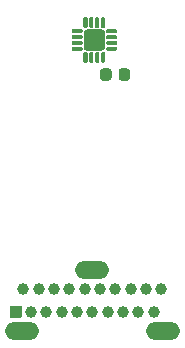
<source format=gbr>
%TF.GenerationSoftware,KiCad,Pcbnew,(5.1.12)-1*%
%TF.CreationDate,2021-11-30T21:21:33-06:00*%
%TF.ProjectId,MA710_encoder,4d413731-305f-4656-9e63-6f6465722e6b,rev?*%
%TF.SameCoordinates,Original*%
%TF.FileFunction,Soldermask,Bot*%
%TF.FilePolarity,Negative*%
%FSLAX46Y46*%
G04 Gerber Fmt 4.6, Leading zero omitted, Abs format (unit mm)*
G04 Created by KiCad (PCBNEW (5.1.12)-1) date 2021-11-30 21:21:33*
%MOMM*%
%LPD*%
G01*
G04 APERTURE LIST*
%ADD10C,1.000000*%
%ADD11O,2.900000X1.500000*%
G04 APERTURE END LIST*
%TO.C,J4*%
G36*
G01*
X157338000Y-138951000D02*
X157338000Y-138051000D01*
G75*
G02*
X157388000Y-138001000I50000J0D01*
G01*
X158288000Y-138001000D01*
G75*
G02*
X158338000Y-138051000I0J-50000D01*
G01*
X158338000Y-138951000D01*
G75*
G02*
X158288000Y-139001000I-50000J0D01*
G01*
X157388000Y-139001000D01*
G75*
G02*
X157338000Y-138951000I0J50000D01*
G01*
G37*
D10*
X158488000Y-136581000D03*
X159138000Y-138501000D03*
X159788000Y-136581000D03*
X160438000Y-138501000D03*
X161088000Y-136581000D03*
X161738000Y-138501000D03*
X162388000Y-136581000D03*
X163038000Y-138501000D03*
X163688000Y-136581000D03*
X164338000Y-138501000D03*
X164988000Y-136581000D03*
X165638000Y-138501000D03*
X166288000Y-136581000D03*
X166938000Y-138501000D03*
X167588000Y-136581000D03*
X168238000Y-138501000D03*
X168888000Y-136581000D03*
X169538000Y-138501000D03*
X170188000Y-136581000D03*
D11*
X164338000Y-134961000D03*
X170338000Y-140121000D03*
X158338000Y-140121000D03*
%TD*%
%TO.C,U1*%
G36*
G01*
X163575000Y-117337500D02*
X163575000Y-116587500D01*
G75*
G02*
X163662500Y-116500000I87500J0D01*
G01*
X163837500Y-116500000D01*
G75*
G02*
X163925000Y-116587500I0J-87500D01*
G01*
X163925000Y-117337500D01*
G75*
G02*
X163837500Y-117425000I-87500J0D01*
G01*
X163662500Y-117425000D01*
G75*
G02*
X163575000Y-117337500I0J87500D01*
G01*
G37*
G36*
G01*
X164075000Y-117337500D02*
X164075000Y-116587500D01*
G75*
G02*
X164162500Y-116500000I87500J0D01*
G01*
X164337500Y-116500000D01*
G75*
G02*
X164425000Y-116587500I0J-87500D01*
G01*
X164425000Y-117337500D01*
G75*
G02*
X164337500Y-117425000I-87500J0D01*
G01*
X164162500Y-117425000D01*
G75*
G02*
X164075000Y-117337500I0J87500D01*
G01*
G37*
G36*
G01*
X164575000Y-117337500D02*
X164575000Y-116587500D01*
G75*
G02*
X164662500Y-116500000I87500J0D01*
G01*
X164837500Y-116500000D01*
G75*
G02*
X164925000Y-116587500I0J-87500D01*
G01*
X164925000Y-117337500D01*
G75*
G02*
X164837500Y-117425000I-87500J0D01*
G01*
X164662500Y-117425000D01*
G75*
G02*
X164575000Y-117337500I0J87500D01*
G01*
G37*
G36*
G01*
X165075000Y-117337500D02*
X165075000Y-116587500D01*
G75*
G02*
X165162500Y-116500000I87500J0D01*
G01*
X165337500Y-116500000D01*
G75*
G02*
X165425000Y-116587500I0J-87500D01*
G01*
X165425000Y-117337500D01*
G75*
G02*
X165337500Y-117425000I-87500J0D01*
G01*
X165162500Y-117425000D01*
G75*
G02*
X165075000Y-117337500I0J87500D01*
G01*
G37*
G36*
G01*
X165500000Y-116337500D02*
X165500000Y-116162500D01*
G75*
G02*
X165587500Y-116075000I87500J0D01*
G01*
X166337500Y-116075000D01*
G75*
G02*
X166425000Y-116162500I0J-87500D01*
G01*
X166425000Y-116337500D01*
G75*
G02*
X166337500Y-116425000I-87500J0D01*
G01*
X165587500Y-116425000D01*
G75*
G02*
X165500000Y-116337500I0J87500D01*
G01*
G37*
G36*
G01*
X165500000Y-115837500D02*
X165500000Y-115662500D01*
G75*
G02*
X165587500Y-115575000I87500J0D01*
G01*
X166337500Y-115575000D01*
G75*
G02*
X166425000Y-115662500I0J-87500D01*
G01*
X166425000Y-115837500D01*
G75*
G02*
X166337500Y-115925000I-87500J0D01*
G01*
X165587500Y-115925000D01*
G75*
G02*
X165500000Y-115837500I0J87500D01*
G01*
G37*
G36*
G01*
X165500000Y-115337500D02*
X165500000Y-115162500D01*
G75*
G02*
X165587500Y-115075000I87500J0D01*
G01*
X166337500Y-115075000D01*
G75*
G02*
X166425000Y-115162500I0J-87500D01*
G01*
X166425000Y-115337500D01*
G75*
G02*
X166337500Y-115425000I-87500J0D01*
G01*
X165587500Y-115425000D01*
G75*
G02*
X165500000Y-115337500I0J87500D01*
G01*
G37*
G36*
G01*
X165500000Y-114837500D02*
X165500000Y-114662500D01*
G75*
G02*
X165587500Y-114575000I87500J0D01*
G01*
X166337500Y-114575000D01*
G75*
G02*
X166425000Y-114662500I0J-87500D01*
G01*
X166425000Y-114837500D01*
G75*
G02*
X166337500Y-114925000I-87500J0D01*
G01*
X165587500Y-114925000D01*
G75*
G02*
X165500000Y-114837500I0J87500D01*
G01*
G37*
G36*
G01*
X165075000Y-114412500D02*
X165075000Y-113662500D01*
G75*
G02*
X165162500Y-113575000I87500J0D01*
G01*
X165337500Y-113575000D01*
G75*
G02*
X165425000Y-113662500I0J-87500D01*
G01*
X165425000Y-114412500D01*
G75*
G02*
X165337500Y-114500000I-87500J0D01*
G01*
X165162500Y-114500000D01*
G75*
G02*
X165075000Y-114412500I0J87500D01*
G01*
G37*
G36*
G01*
X164575000Y-114412500D02*
X164575000Y-113662500D01*
G75*
G02*
X164662500Y-113575000I87500J0D01*
G01*
X164837500Y-113575000D01*
G75*
G02*
X164925000Y-113662500I0J-87500D01*
G01*
X164925000Y-114412500D01*
G75*
G02*
X164837500Y-114500000I-87500J0D01*
G01*
X164662500Y-114500000D01*
G75*
G02*
X164575000Y-114412500I0J87500D01*
G01*
G37*
G36*
G01*
X164075000Y-114412500D02*
X164075000Y-113662500D01*
G75*
G02*
X164162500Y-113575000I87500J0D01*
G01*
X164337500Y-113575000D01*
G75*
G02*
X164425000Y-113662500I0J-87500D01*
G01*
X164425000Y-114412500D01*
G75*
G02*
X164337500Y-114500000I-87500J0D01*
G01*
X164162500Y-114500000D01*
G75*
G02*
X164075000Y-114412500I0J87500D01*
G01*
G37*
G36*
G01*
X163575000Y-114412500D02*
X163575000Y-113662500D01*
G75*
G02*
X163662500Y-113575000I87500J0D01*
G01*
X163837500Y-113575000D01*
G75*
G02*
X163925000Y-113662500I0J-87500D01*
G01*
X163925000Y-114412500D01*
G75*
G02*
X163837500Y-114500000I-87500J0D01*
G01*
X163662500Y-114500000D01*
G75*
G02*
X163575000Y-114412500I0J87500D01*
G01*
G37*
G36*
G01*
X162575000Y-114837500D02*
X162575000Y-114662500D01*
G75*
G02*
X162662500Y-114575000I87500J0D01*
G01*
X163412500Y-114575000D01*
G75*
G02*
X163500000Y-114662500I0J-87500D01*
G01*
X163500000Y-114837500D01*
G75*
G02*
X163412500Y-114925000I-87500J0D01*
G01*
X162662500Y-114925000D01*
G75*
G02*
X162575000Y-114837500I0J87500D01*
G01*
G37*
G36*
G01*
X162575000Y-115337500D02*
X162575000Y-115162500D01*
G75*
G02*
X162662500Y-115075000I87500J0D01*
G01*
X163412500Y-115075000D01*
G75*
G02*
X163500000Y-115162500I0J-87500D01*
G01*
X163500000Y-115337500D01*
G75*
G02*
X163412500Y-115425000I-87500J0D01*
G01*
X162662500Y-115425000D01*
G75*
G02*
X162575000Y-115337500I0J87500D01*
G01*
G37*
G36*
G01*
X162575000Y-115837500D02*
X162575000Y-115662500D01*
G75*
G02*
X162662500Y-115575000I87500J0D01*
G01*
X163412500Y-115575000D01*
G75*
G02*
X163500000Y-115662500I0J-87500D01*
G01*
X163500000Y-115837500D01*
G75*
G02*
X163412500Y-115925000I-87500J0D01*
G01*
X162662500Y-115925000D01*
G75*
G02*
X162575000Y-115837500I0J87500D01*
G01*
G37*
G36*
G01*
X162575000Y-116337500D02*
X162575000Y-116162500D01*
G75*
G02*
X162662500Y-116075000I87500J0D01*
G01*
X163412500Y-116075000D01*
G75*
G02*
X163500000Y-116162500I0J-87500D01*
G01*
X163500000Y-116337500D01*
G75*
G02*
X163412500Y-116425000I-87500J0D01*
G01*
X162662500Y-116425000D01*
G75*
G02*
X162575000Y-116337500I0J87500D01*
G01*
G37*
G36*
G01*
X163600000Y-116135295D02*
X163600000Y-114864705D01*
G75*
G02*
X163864705Y-114600000I264705J0D01*
G01*
X165135295Y-114600000D01*
G75*
G02*
X165400000Y-114864705I0J-264705D01*
G01*
X165400000Y-116135295D01*
G75*
G02*
X165135295Y-116400000I-264705J0D01*
G01*
X163864705Y-116400000D01*
G75*
G02*
X163600000Y-116135295I0J264705D01*
G01*
G37*
%TD*%
%TO.C,C1*%
G36*
G01*
X166558340Y-118708750D02*
X166558340Y-118146250D01*
G75*
G02*
X166802090Y-117902500I243750J0D01*
G01*
X167289590Y-117902500D01*
G75*
G02*
X167533340Y-118146250I0J-243750D01*
G01*
X167533340Y-118708750D01*
G75*
G02*
X167289590Y-118952500I-243750J0D01*
G01*
X166802090Y-118952500D01*
G75*
G02*
X166558340Y-118708750I0J243750D01*
G01*
G37*
G36*
G01*
X164983340Y-118708750D02*
X164983340Y-118146250D01*
G75*
G02*
X165227090Y-117902500I243750J0D01*
G01*
X165714590Y-117902500D01*
G75*
G02*
X165958340Y-118146250I0J-243750D01*
G01*
X165958340Y-118708750D01*
G75*
G02*
X165714590Y-118952500I-243750J0D01*
G01*
X165227090Y-118952500D01*
G75*
G02*
X164983340Y-118708750I0J243750D01*
G01*
G37*
%TD*%
M02*

</source>
